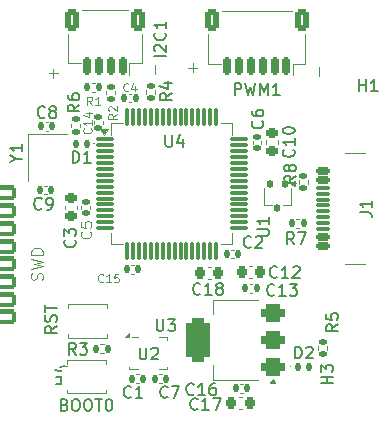
<source format=gto>
G04 #@! TF.GenerationSoftware,KiCad,Pcbnew,9.0.1*
G04 #@! TF.CreationDate,2025-04-29T03:14:40+06:00*
G04 #@! TF.ProjectId,stm32f401,73746d33-3266-4343-9031-2e6b69636164,rev?*
G04 #@! TF.SameCoordinates,Original*
G04 #@! TF.FileFunction,Legend,Top*
G04 #@! TF.FilePolarity,Positive*
%FSLAX46Y46*%
G04 Gerber Fmt 4.6, Leading zero omitted, Abs format (unit mm)*
G04 Created by KiCad (PCBNEW 9.0.1) date 2025-04-29 03:14:40*
%MOMM*%
%LPD*%
G01*
G04 APERTURE LIST*
G04 Aperture macros list*
%AMRoundRect*
0 Rectangle with rounded corners*
0 $1 Rounding radius*
0 $2 $3 $4 $5 $6 $7 $8 $9 X,Y pos of 4 corners*
0 Add a 4 corners polygon primitive as box body*
4,1,4,$2,$3,$4,$5,$6,$7,$8,$9,$2,$3,0*
0 Add four circle primitives for the rounded corners*
1,1,$1+$1,$2,$3*
1,1,$1+$1,$4,$5*
1,1,$1+$1,$6,$7*
1,1,$1+$1,$8,$9*
0 Add four rect primitives between the rounded corners*
20,1,$1+$1,$2,$3,$4,$5,0*
20,1,$1+$1,$4,$5,$6,$7,0*
20,1,$1+$1,$6,$7,$8,$9,0*
20,1,$1+$1,$8,$9,$2,$3,0*%
G04 Aperture macros list end*
%ADD10C,0.100000*%
%ADD11C,0.150000*%
%ADD12C,0.087500*%
%ADD13C,0.112500*%
%ADD14C,0.120000*%
%ADD15O,1.800000X1.000000*%
%ADD16O,2.100000X1.000000*%
%ADD17RoundRect,0.150000X0.425000X-0.150000X0.425000X0.150000X-0.425000X0.150000X-0.425000X-0.150000X0*%
%ADD18RoundRect,0.075000X0.500000X-0.075000X0.500000X0.075000X-0.500000X0.075000X-0.500000X-0.075000X0*%
%ADD19C,0.650000*%
%ADD20C,0.800000*%
%ADD21C,5.000000*%
%ADD22RoundRect,0.135000X0.135000X0.185000X-0.135000X0.185000X-0.135000X-0.185000X0.135000X-0.185000X0*%
%ADD23R,0.675000X0.250000*%
%ADD24R,0.250000X0.675000*%
%ADD25RoundRect,0.112500X0.112500X0.237500X-0.112500X0.237500X-0.112500X-0.237500X0.112500X-0.237500X0*%
%ADD26RoundRect,0.225000X-0.225000X-0.250000X0.225000X-0.250000X0.225000X0.250000X-0.225000X0.250000X0*%
%ADD27RoundRect,0.375000X0.625000X0.375000X-0.625000X0.375000X-0.625000X-0.375000X0.625000X-0.375000X0*%
%ADD28RoundRect,0.500000X0.500000X1.400000X-0.500000X1.400000X-0.500000X-1.400000X0.500000X-1.400000X0*%
%ADD29RoundRect,0.140000X-0.140000X-0.170000X0.140000X-0.170000X0.140000X0.170000X-0.140000X0.170000X0*%
%ADD30RoundRect,0.140000X0.140000X0.170000X-0.140000X0.170000X-0.140000X-0.170000X0.140000X-0.170000X0*%
%ADD31RoundRect,0.147500X-0.147500X-0.172500X0.147500X-0.172500X0.147500X0.172500X-0.147500X0.172500X0*%
%ADD32RoundRect,0.135000X-0.185000X0.135000X-0.185000X-0.135000X0.185000X-0.135000X0.185000X0.135000X0*%
%ADD33RoundRect,0.135000X-0.135000X-0.185000X0.135000X-0.185000X0.135000X0.185000X-0.135000X0.185000X0*%
%ADD34R,0.900000X1.700000*%
%ADD35RoundRect,0.250000X0.350000X0.650000X-0.350000X0.650000X-0.350000X-0.650000X0.350000X-0.650000X0*%
%ADD36RoundRect,0.150000X0.150000X0.625000X-0.150000X0.625000X-0.150000X-0.625000X0.150000X-0.625000X0*%
%ADD37RoundRect,0.190500X-0.762000X-0.444500X0.762000X-0.444500X0.762000X0.444500X-0.762000X0.444500X0*%
%ADD38RoundRect,0.140000X-0.170000X0.140000X-0.170000X-0.140000X0.170000X-0.140000X0.170000X0.140000X0*%
%ADD39R,1.200000X1.400000*%
%ADD40RoundRect,0.225000X-0.250000X0.225000X-0.250000X-0.225000X0.250000X-0.225000X0.250000X0.225000X0*%
%ADD41RoundRect,0.135000X0.185000X-0.135000X0.185000X0.135000X-0.185000X0.135000X-0.185000X-0.135000X0*%
%ADD42RoundRect,0.147500X0.147500X0.172500X-0.147500X0.172500X-0.147500X-0.172500X0.147500X-0.172500X0*%
%ADD43RoundRect,0.225000X0.225000X0.250000X-0.225000X0.250000X-0.225000X-0.250000X0.225000X-0.250000X0*%
%ADD44RoundRect,0.075000X-0.700000X-0.075000X0.700000X-0.075000X0.700000X0.075000X-0.700000X0.075000X0*%
%ADD45RoundRect,0.075000X-0.075000X-0.700000X0.075000X-0.700000X0.075000X0.700000X-0.075000X0.700000X0*%
G04 APERTURE END LIST*
D10*
X45723884Y-55931466D02*
X46485789Y-55931466D01*
X46104836Y-56312419D02*
X46104836Y-55550514D01*
X68611466Y-56196115D02*
X68611466Y-55434211D01*
X57503884Y-55471466D02*
X58265789Y-55471466D01*
X57884836Y-55852419D02*
X57884836Y-55090514D01*
X54681466Y-55956115D02*
X54681466Y-55194211D01*
D11*
X72039819Y-67713333D02*
X72754104Y-67713333D01*
X72754104Y-67713333D02*
X72896961Y-67760952D01*
X72896961Y-67760952D02*
X72992200Y-67856190D01*
X72992200Y-67856190D02*
X73039819Y-67999047D01*
X73039819Y-67999047D02*
X73039819Y-68094285D01*
X73039819Y-66713333D02*
X73039819Y-67284761D01*
X73039819Y-66999047D02*
X72039819Y-66999047D01*
X72039819Y-66999047D02*
X72182676Y-67094285D01*
X72182676Y-67094285D02*
X72277914Y-67189523D01*
X72277914Y-67189523D02*
X72325533Y-67284761D01*
X47294819Y-82251904D02*
X46294819Y-82251904D01*
X46771009Y-82251904D02*
X46771009Y-81680476D01*
X47294819Y-81680476D02*
X46294819Y-81680476D01*
X46628152Y-80775714D02*
X47294819Y-80775714D01*
X46247200Y-81013809D02*
X46961485Y-81251904D01*
X46961485Y-81251904D02*
X46961485Y-80632857D01*
X69774819Y-82171904D02*
X68774819Y-82171904D01*
X69251009Y-82171904D02*
X69251009Y-81600476D01*
X69774819Y-81600476D02*
X68774819Y-81600476D01*
X68774819Y-81219523D02*
X68774819Y-80600476D01*
X68774819Y-80600476D02*
X69155771Y-80933809D01*
X69155771Y-80933809D02*
X69155771Y-80790952D01*
X69155771Y-80790952D02*
X69203390Y-80695714D01*
X69203390Y-80695714D02*
X69251009Y-80648095D01*
X69251009Y-80648095D02*
X69346247Y-80600476D01*
X69346247Y-80600476D02*
X69584342Y-80600476D01*
X69584342Y-80600476D02*
X69679580Y-80648095D01*
X69679580Y-80648095D02*
X69727200Y-80695714D01*
X69727200Y-80695714D02*
X69774819Y-80790952D01*
X69774819Y-80790952D02*
X69774819Y-81076666D01*
X69774819Y-81076666D02*
X69727200Y-81171904D01*
X69727200Y-81171904D02*
X69679580Y-81219523D01*
X71998095Y-57424819D02*
X71998095Y-56424819D01*
X71998095Y-56901009D02*
X72569523Y-56901009D01*
X72569523Y-57424819D02*
X72569523Y-56424819D01*
X73569523Y-57424819D02*
X72998095Y-57424819D01*
X73283809Y-57424819D02*
X73283809Y-56424819D01*
X73283809Y-56424819D02*
X73188571Y-56567676D01*
X73188571Y-56567676D02*
X73093333Y-56662914D01*
X73093333Y-56662914D02*
X72998095Y-56710533D01*
X47983333Y-79754819D02*
X47650000Y-79278628D01*
X47411905Y-79754819D02*
X47411905Y-78754819D01*
X47411905Y-78754819D02*
X47792857Y-78754819D01*
X47792857Y-78754819D02*
X47888095Y-78802438D01*
X47888095Y-78802438D02*
X47935714Y-78850057D01*
X47935714Y-78850057D02*
X47983333Y-78945295D01*
X47983333Y-78945295D02*
X47983333Y-79088152D01*
X47983333Y-79088152D02*
X47935714Y-79183390D01*
X47935714Y-79183390D02*
X47888095Y-79231009D01*
X47888095Y-79231009D02*
X47792857Y-79278628D01*
X47792857Y-79278628D02*
X47411905Y-79278628D01*
X48316667Y-78754819D02*
X48935714Y-78754819D01*
X48935714Y-78754819D02*
X48602381Y-79135771D01*
X48602381Y-79135771D02*
X48745238Y-79135771D01*
X48745238Y-79135771D02*
X48840476Y-79183390D01*
X48840476Y-79183390D02*
X48888095Y-79231009D01*
X48888095Y-79231009D02*
X48935714Y-79326247D01*
X48935714Y-79326247D02*
X48935714Y-79564342D01*
X48935714Y-79564342D02*
X48888095Y-79659580D01*
X48888095Y-79659580D02*
X48840476Y-79707200D01*
X48840476Y-79707200D02*
X48745238Y-79754819D01*
X48745238Y-79754819D02*
X48459524Y-79754819D01*
X48459524Y-79754819D02*
X48364286Y-79707200D01*
X48364286Y-79707200D02*
X48316667Y-79659580D01*
X54838095Y-76744819D02*
X54838095Y-77554342D01*
X54838095Y-77554342D02*
X54885714Y-77649580D01*
X54885714Y-77649580D02*
X54933333Y-77697200D01*
X54933333Y-77697200D02*
X55028571Y-77744819D01*
X55028571Y-77744819D02*
X55219047Y-77744819D01*
X55219047Y-77744819D02*
X55314285Y-77697200D01*
X55314285Y-77697200D02*
X55361904Y-77649580D01*
X55361904Y-77649580D02*
X55409523Y-77554342D01*
X55409523Y-77554342D02*
X55409523Y-76744819D01*
X55790476Y-76744819D02*
X56409523Y-76744819D01*
X56409523Y-76744819D02*
X56076190Y-77125771D01*
X56076190Y-77125771D02*
X56219047Y-77125771D01*
X56219047Y-77125771D02*
X56314285Y-77173390D01*
X56314285Y-77173390D02*
X56361904Y-77221009D01*
X56361904Y-77221009D02*
X56409523Y-77316247D01*
X56409523Y-77316247D02*
X56409523Y-77554342D01*
X56409523Y-77554342D02*
X56361904Y-77649580D01*
X56361904Y-77649580D02*
X56314285Y-77697200D01*
X56314285Y-77697200D02*
X56219047Y-77744819D01*
X56219047Y-77744819D02*
X55933333Y-77744819D01*
X55933333Y-77744819D02*
X55838095Y-77697200D01*
X55838095Y-77697200D02*
X55790476Y-77649580D01*
X63334819Y-69691904D02*
X64144342Y-69691904D01*
X64144342Y-69691904D02*
X64239580Y-69644285D01*
X64239580Y-69644285D02*
X64287200Y-69596666D01*
X64287200Y-69596666D02*
X64334819Y-69501428D01*
X64334819Y-69501428D02*
X64334819Y-69310952D01*
X64334819Y-69310952D02*
X64287200Y-69215714D01*
X64287200Y-69215714D02*
X64239580Y-69168095D01*
X64239580Y-69168095D02*
X64144342Y-69120476D01*
X64144342Y-69120476D02*
X63334819Y-69120476D01*
X64334819Y-68120476D02*
X64334819Y-68691904D01*
X64334819Y-68406190D02*
X63334819Y-68406190D01*
X63334819Y-68406190D02*
X63477676Y-68501428D01*
X63477676Y-68501428D02*
X63572914Y-68596666D01*
X63572914Y-68596666D02*
X63620533Y-68691904D01*
X58307142Y-84329580D02*
X58259523Y-84377200D01*
X58259523Y-84377200D02*
X58116666Y-84424819D01*
X58116666Y-84424819D02*
X58021428Y-84424819D01*
X58021428Y-84424819D02*
X57878571Y-84377200D01*
X57878571Y-84377200D02*
X57783333Y-84281961D01*
X57783333Y-84281961D02*
X57735714Y-84186723D01*
X57735714Y-84186723D02*
X57688095Y-83996247D01*
X57688095Y-83996247D02*
X57688095Y-83853390D01*
X57688095Y-83853390D02*
X57735714Y-83662914D01*
X57735714Y-83662914D02*
X57783333Y-83567676D01*
X57783333Y-83567676D02*
X57878571Y-83472438D01*
X57878571Y-83472438D02*
X58021428Y-83424819D01*
X58021428Y-83424819D02*
X58116666Y-83424819D01*
X58116666Y-83424819D02*
X58259523Y-83472438D01*
X58259523Y-83472438D02*
X58307142Y-83520057D01*
X59259523Y-84424819D02*
X58688095Y-84424819D01*
X58973809Y-84424819D02*
X58973809Y-83424819D01*
X58973809Y-83424819D02*
X58878571Y-83567676D01*
X58878571Y-83567676D02*
X58783333Y-83662914D01*
X58783333Y-83662914D02*
X58688095Y-83710533D01*
X59592857Y-83424819D02*
X60259523Y-83424819D01*
X60259523Y-83424819D02*
X59830952Y-84424819D01*
X53398095Y-79144819D02*
X53398095Y-79954342D01*
X53398095Y-79954342D02*
X53445714Y-80049580D01*
X53445714Y-80049580D02*
X53493333Y-80097200D01*
X53493333Y-80097200D02*
X53588571Y-80144819D01*
X53588571Y-80144819D02*
X53779047Y-80144819D01*
X53779047Y-80144819D02*
X53874285Y-80097200D01*
X53874285Y-80097200D02*
X53921904Y-80049580D01*
X53921904Y-80049580D02*
X53969523Y-79954342D01*
X53969523Y-79954342D02*
X53969523Y-79144819D01*
X54398095Y-79240057D02*
X54445714Y-79192438D01*
X54445714Y-79192438D02*
X54540952Y-79144819D01*
X54540952Y-79144819D02*
X54779047Y-79144819D01*
X54779047Y-79144819D02*
X54874285Y-79192438D01*
X54874285Y-79192438D02*
X54921904Y-79240057D01*
X54921904Y-79240057D02*
X54969523Y-79335295D01*
X54969523Y-79335295D02*
X54969523Y-79430533D01*
X54969523Y-79430533D02*
X54921904Y-79573390D01*
X54921904Y-79573390D02*
X54350476Y-80144819D01*
X54350476Y-80144819D02*
X54969523Y-80144819D01*
X57977142Y-83089580D02*
X57929523Y-83137200D01*
X57929523Y-83137200D02*
X57786666Y-83184819D01*
X57786666Y-83184819D02*
X57691428Y-83184819D01*
X57691428Y-83184819D02*
X57548571Y-83137200D01*
X57548571Y-83137200D02*
X57453333Y-83041961D01*
X57453333Y-83041961D02*
X57405714Y-82946723D01*
X57405714Y-82946723D02*
X57358095Y-82756247D01*
X57358095Y-82756247D02*
X57358095Y-82613390D01*
X57358095Y-82613390D02*
X57405714Y-82422914D01*
X57405714Y-82422914D02*
X57453333Y-82327676D01*
X57453333Y-82327676D02*
X57548571Y-82232438D01*
X57548571Y-82232438D02*
X57691428Y-82184819D01*
X57691428Y-82184819D02*
X57786666Y-82184819D01*
X57786666Y-82184819D02*
X57929523Y-82232438D01*
X57929523Y-82232438D02*
X57977142Y-82280057D01*
X58929523Y-83184819D02*
X58358095Y-83184819D01*
X58643809Y-83184819D02*
X58643809Y-82184819D01*
X58643809Y-82184819D02*
X58548571Y-82327676D01*
X58548571Y-82327676D02*
X58453333Y-82422914D01*
X58453333Y-82422914D02*
X58358095Y-82470533D01*
X59786666Y-82184819D02*
X59596190Y-82184819D01*
X59596190Y-82184819D02*
X59500952Y-82232438D01*
X59500952Y-82232438D02*
X59453333Y-82280057D01*
X59453333Y-82280057D02*
X59358095Y-82422914D01*
X59358095Y-82422914D02*
X59310476Y-82613390D01*
X59310476Y-82613390D02*
X59310476Y-82994342D01*
X59310476Y-82994342D02*
X59358095Y-83089580D01*
X59358095Y-83089580D02*
X59405714Y-83137200D01*
X59405714Y-83137200D02*
X59500952Y-83184819D01*
X59500952Y-83184819D02*
X59691428Y-83184819D01*
X59691428Y-83184819D02*
X59786666Y-83137200D01*
X59786666Y-83137200D02*
X59834285Y-83089580D01*
X59834285Y-83089580D02*
X59881904Y-82994342D01*
X59881904Y-82994342D02*
X59881904Y-82756247D01*
X59881904Y-82756247D02*
X59834285Y-82661009D01*
X59834285Y-82661009D02*
X59786666Y-82613390D01*
X59786666Y-82613390D02*
X59691428Y-82565771D01*
X59691428Y-82565771D02*
X59500952Y-82565771D01*
X59500952Y-82565771D02*
X59405714Y-82613390D01*
X59405714Y-82613390D02*
X59358095Y-82661009D01*
X59358095Y-82661009D02*
X59310476Y-82756247D01*
X64817142Y-74669580D02*
X64769523Y-74717200D01*
X64769523Y-74717200D02*
X64626666Y-74764819D01*
X64626666Y-74764819D02*
X64531428Y-74764819D01*
X64531428Y-74764819D02*
X64388571Y-74717200D01*
X64388571Y-74717200D02*
X64293333Y-74621961D01*
X64293333Y-74621961D02*
X64245714Y-74526723D01*
X64245714Y-74526723D02*
X64198095Y-74336247D01*
X64198095Y-74336247D02*
X64198095Y-74193390D01*
X64198095Y-74193390D02*
X64245714Y-74002914D01*
X64245714Y-74002914D02*
X64293333Y-73907676D01*
X64293333Y-73907676D02*
X64388571Y-73812438D01*
X64388571Y-73812438D02*
X64531428Y-73764819D01*
X64531428Y-73764819D02*
X64626666Y-73764819D01*
X64626666Y-73764819D02*
X64769523Y-73812438D01*
X64769523Y-73812438D02*
X64817142Y-73860057D01*
X65769523Y-74764819D02*
X65198095Y-74764819D01*
X65483809Y-74764819D02*
X65483809Y-73764819D01*
X65483809Y-73764819D02*
X65388571Y-73907676D01*
X65388571Y-73907676D02*
X65293333Y-74002914D01*
X65293333Y-74002914D02*
X65198095Y-74050533D01*
X66102857Y-73764819D02*
X66721904Y-73764819D01*
X66721904Y-73764819D02*
X66388571Y-74145771D01*
X66388571Y-74145771D02*
X66531428Y-74145771D01*
X66531428Y-74145771D02*
X66626666Y-74193390D01*
X66626666Y-74193390D02*
X66674285Y-74241009D01*
X66674285Y-74241009D02*
X66721904Y-74336247D01*
X66721904Y-74336247D02*
X66721904Y-74574342D01*
X66721904Y-74574342D02*
X66674285Y-74669580D01*
X66674285Y-74669580D02*
X66626666Y-74717200D01*
X66626666Y-74717200D02*
X66531428Y-74764819D01*
X66531428Y-74764819D02*
X66245714Y-74764819D01*
X66245714Y-74764819D02*
X66150476Y-74717200D01*
X66150476Y-74717200D02*
X66102857Y-74669580D01*
X66539405Y-80074819D02*
X66539405Y-79074819D01*
X66539405Y-79074819D02*
X66777500Y-79074819D01*
X66777500Y-79074819D02*
X66920357Y-79122438D01*
X66920357Y-79122438D02*
X67015595Y-79217676D01*
X67015595Y-79217676D02*
X67063214Y-79312914D01*
X67063214Y-79312914D02*
X67110833Y-79503390D01*
X67110833Y-79503390D02*
X67110833Y-79646247D01*
X67110833Y-79646247D02*
X67063214Y-79836723D01*
X67063214Y-79836723D02*
X67015595Y-79931961D01*
X67015595Y-79931961D02*
X66920357Y-80027200D01*
X66920357Y-80027200D02*
X66777500Y-80074819D01*
X66777500Y-80074819D02*
X66539405Y-80074819D01*
X67491786Y-79170057D02*
X67539405Y-79122438D01*
X67539405Y-79122438D02*
X67634643Y-79074819D01*
X67634643Y-79074819D02*
X67872738Y-79074819D01*
X67872738Y-79074819D02*
X67967976Y-79122438D01*
X67967976Y-79122438D02*
X68015595Y-79170057D01*
X68015595Y-79170057D02*
X68063214Y-79265295D01*
X68063214Y-79265295D02*
X68063214Y-79360533D01*
X68063214Y-79360533D02*
X68015595Y-79503390D01*
X68015595Y-79503390D02*
X67444167Y-80074819D01*
X67444167Y-80074819D02*
X68063214Y-80074819D01*
X70194819Y-77196666D02*
X69718628Y-77529999D01*
X70194819Y-77768094D02*
X69194819Y-77768094D01*
X69194819Y-77768094D02*
X69194819Y-77387142D01*
X69194819Y-77387142D02*
X69242438Y-77291904D01*
X69242438Y-77291904D02*
X69290057Y-77244285D01*
X69290057Y-77244285D02*
X69385295Y-77196666D01*
X69385295Y-77196666D02*
X69528152Y-77196666D01*
X69528152Y-77196666D02*
X69623390Y-77244285D01*
X69623390Y-77244285D02*
X69671009Y-77291904D01*
X69671009Y-77291904D02*
X69718628Y-77387142D01*
X69718628Y-77387142D02*
X69718628Y-77768094D01*
X69194819Y-76291904D02*
X69194819Y-76768094D01*
X69194819Y-76768094D02*
X69671009Y-76815713D01*
X69671009Y-76815713D02*
X69623390Y-76768094D01*
X69623390Y-76768094D02*
X69575771Y-76672856D01*
X69575771Y-76672856D02*
X69575771Y-76434761D01*
X69575771Y-76434761D02*
X69623390Y-76339523D01*
X69623390Y-76339523D02*
X69671009Y-76291904D01*
X69671009Y-76291904D02*
X69766247Y-76244285D01*
X69766247Y-76244285D02*
X70004342Y-76244285D01*
X70004342Y-76244285D02*
X70099580Y-76291904D01*
X70099580Y-76291904D02*
X70147200Y-76339523D01*
X70147200Y-76339523D02*
X70194819Y-76434761D01*
X70194819Y-76434761D02*
X70194819Y-76672856D01*
X70194819Y-76672856D02*
X70147200Y-76768094D01*
X70147200Y-76768094D02*
X70099580Y-76815713D01*
X66463333Y-70404819D02*
X66130000Y-69928628D01*
X65891905Y-70404819D02*
X65891905Y-69404819D01*
X65891905Y-69404819D02*
X66272857Y-69404819D01*
X66272857Y-69404819D02*
X66368095Y-69452438D01*
X66368095Y-69452438D02*
X66415714Y-69500057D01*
X66415714Y-69500057D02*
X66463333Y-69595295D01*
X66463333Y-69595295D02*
X66463333Y-69738152D01*
X66463333Y-69738152D02*
X66415714Y-69833390D01*
X66415714Y-69833390D02*
X66368095Y-69881009D01*
X66368095Y-69881009D02*
X66272857Y-69928628D01*
X66272857Y-69928628D02*
X65891905Y-69928628D01*
X66796667Y-69404819D02*
X67463333Y-69404819D01*
X67463333Y-69404819D02*
X67034762Y-70404819D01*
X55773333Y-83319580D02*
X55725714Y-83367200D01*
X55725714Y-83367200D02*
X55582857Y-83414819D01*
X55582857Y-83414819D02*
X55487619Y-83414819D01*
X55487619Y-83414819D02*
X55344762Y-83367200D01*
X55344762Y-83367200D02*
X55249524Y-83271961D01*
X55249524Y-83271961D02*
X55201905Y-83176723D01*
X55201905Y-83176723D02*
X55154286Y-82986247D01*
X55154286Y-82986247D02*
X55154286Y-82843390D01*
X55154286Y-82843390D02*
X55201905Y-82652914D01*
X55201905Y-82652914D02*
X55249524Y-82557676D01*
X55249524Y-82557676D02*
X55344762Y-82462438D01*
X55344762Y-82462438D02*
X55487619Y-82414819D01*
X55487619Y-82414819D02*
X55582857Y-82414819D01*
X55582857Y-82414819D02*
X55725714Y-82462438D01*
X55725714Y-82462438D02*
X55773333Y-82510057D01*
X56106667Y-82414819D02*
X56773333Y-82414819D01*
X56773333Y-82414819D02*
X56344762Y-83414819D01*
X52683333Y-83309580D02*
X52635714Y-83357200D01*
X52635714Y-83357200D02*
X52492857Y-83404819D01*
X52492857Y-83404819D02*
X52397619Y-83404819D01*
X52397619Y-83404819D02*
X52254762Y-83357200D01*
X52254762Y-83357200D02*
X52159524Y-83261961D01*
X52159524Y-83261961D02*
X52111905Y-83166723D01*
X52111905Y-83166723D02*
X52064286Y-82976247D01*
X52064286Y-82976247D02*
X52064286Y-82833390D01*
X52064286Y-82833390D02*
X52111905Y-82642914D01*
X52111905Y-82642914D02*
X52159524Y-82547676D01*
X52159524Y-82547676D02*
X52254762Y-82452438D01*
X52254762Y-82452438D02*
X52397619Y-82404819D01*
X52397619Y-82404819D02*
X52492857Y-82404819D01*
X52492857Y-82404819D02*
X52635714Y-82452438D01*
X52635714Y-82452438D02*
X52683333Y-82500057D01*
X53635714Y-83404819D02*
X53064286Y-83404819D01*
X53350000Y-83404819D02*
X53350000Y-82404819D01*
X53350000Y-82404819D02*
X53254762Y-82547676D01*
X53254762Y-82547676D02*
X53159524Y-82642914D01*
X53159524Y-82642914D02*
X53064286Y-82690533D01*
X46374819Y-77337619D02*
X45898628Y-77670952D01*
X46374819Y-77909047D02*
X45374819Y-77909047D01*
X45374819Y-77909047D02*
X45374819Y-77528095D01*
X45374819Y-77528095D02*
X45422438Y-77432857D01*
X45422438Y-77432857D02*
X45470057Y-77385238D01*
X45470057Y-77385238D02*
X45565295Y-77337619D01*
X45565295Y-77337619D02*
X45708152Y-77337619D01*
X45708152Y-77337619D02*
X45803390Y-77385238D01*
X45803390Y-77385238D02*
X45851009Y-77432857D01*
X45851009Y-77432857D02*
X45898628Y-77528095D01*
X45898628Y-77528095D02*
X45898628Y-77909047D01*
X46327200Y-76956666D02*
X46374819Y-76813809D01*
X46374819Y-76813809D02*
X46374819Y-76575714D01*
X46374819Y-76575714D02*
X46327200Y-76480476D01*
X46327200Y-76480476D02*
X46279580Y-76432857D01*
X46279580Y-76432857D02*
X46184342Y-76385238D01*
X46184342Y-76385238D02*
X46089104Y-76385238D01*
X46089104Y-76385238D02*
X45993866Y-76432857D01*
X45993866Y-76432857D02*
X45946247Y-76480476D01*
X45946247Y-76480476D02*
X45898628Y-76575714D01*
X45898628Y-76575714D02*
X45851009Y-76766190D01*
X45851009Y-76766190D02*
X45803390Y-76861428D01*
X45803390Y-76861428D02*
X45755771Y-76909047D01*
X45755771Y-76909047D02*
X45660533Y-76956666D01*
X45660533Y-76956666D02*
X45565295Y-76956666D01*
X45565295Y-76956666D02*
X45470057Y-76909047D01*
X45470057Y-76909047D02*
X45422438Y-76861428D01*
X45422438Y-76861428D02*
X45374819Y-76766190D01*
X45374819Y-76766190D02*
X45374819Y-76528095D01*
X45374819Y-76528095D02*
X45422438Y-76385238D01*
X45374819Y-76099523D02*
X45374819Y-75528095D01*
X46374819Y-75813809D02*
X45374819Y-75813809D01*
X47036666Y-84001009D02*
X47179523Y-84048628D01*
X47179523Y-84048628D02*
X47227142Y-84096247D01*
X47227142Y-84096247D02*
X47274761Y-84191485D01*
X47274761Y-84191485D02*
X47274761Y-84334342D01*
X47274761Y-84334342D02*
X47227142Y-84429580D01*
X47227142Y-84429580D02*
X47179523Y-84477200D01*
X47179523Y-84477200D02*
X47084285Y-84524819D01*
X47084285Y-84524819D02*
X46703333Y-84524819D01*
X46703333Y-84524819D02*
X46703333Y-83524819D01*
X46703333Y-83524819D02*
X47036666Y-83524819D01*
X47036666Y-83524819D02*
X47131904Y-83572438D01*
X47131904Y-83572438D02*
X47179523Y-83620057D01*
X47179523Y-83620057D02*
X47227142Y-83715295D01*
X47227142Y-83715295D02*
X47227142Y-83810533D01*
X47227142Y-83810533D02*
X47179523Y-83905771D01*
X47179523Y-83905771D02*
X47131904Y-83953390D01*
X47131904Y-83953390D02*
X47036666Y-84001009D01*
X47036666Y-84001009D02*
X46703333Y-84001009D01*
X47893809Y-83524819D02*
X48084285Y-83524819D01*
X48084285Y-83524819D02*
X48179523Y-83572438D01*
X48179523Y-83572438D02*
X48274761Y-83667676D01*
X48274761Y-83667676D02*
X48322380Y-83858152D01*
X48322380Y-83858152D02*
X48322380Y-84191485D01*
X48322380Y-84191485D02*
X48274761Y-84381961D01*
X48274761Y-84381961D02*
X48179523Y-84477200D01*
X48179523Y-84477200D02*
X48084285Y-84524819D01*
X48084285Y-84524819D02*
X47893809Y-84524819D01*
X47893809Y-84524819D02*
X47798571Y-84477200D01*
X47798571Y-84477200D02*
X47703333Y-84381961D01*
X47703333Y-84381961D02*
X47655714Y-84191485D01*
X47655714Y-84191485D02*
X47655714Y-83858152D01*
X47655714Y-83858152D02*
X47703333Y-83667676D01*
X47703333Y-83667676D02*
X47798571Y-83572438D01*
X47798571Y-83572438D02*
X47893809Y-83524819D01*
X48941428Y-83524819D02*
X49131904Y-83524819D01*
X49131904Y-83524819D02*
X49227142Y-83572438D01*
X49227142Y-83572438D02*
X49322380Y-83667676D01*
X49322380Y-83667676D02*
X49369999Y-83858152D01*
X49369999Y-83858152D02*
X49369999Y-84191485D01*
X49369999Y-84191485D02*
X49322380Y-84381961D01*
X49322380Y-84381961D02*
X49227142Y-84477200D01*
X49227142Y-84477200D02*
X49131904Y-84524819D01*
X49131904Y-84524819D02*
X48941428Y-84524819D01*
X48941428Y-84524819D02*
X48846190Y-84477200D01*
X48846190Y-84477200D02*
X48750952Y-84381961D01*
X48750952Y-84381961D02*
X48703333Y-84191485D01*
X48703333Y-84191485D02*
X48703333Y-83858152D01*
X48703333Y-83858152D02*
X48750952Y-83667676D01*
X48750952Y-83667676D02*
X48846190Y-83572438D01*
X48846190Y-83572438D02*
X48941428Y-83524819D01*
X49655714Y-83524819D02*
X50227142Y-83524819D01*
X49941428Y-84524819D02*
X49941428Y-83524819D01*
X50750952Y-83524819D02*
X50846190Y-83524819D01*
X50846190Y-83524819D02*
X50941428Y-83572438D01*
X50941428Y-83572438D02*
X50989047Y-83620057D01*
X50989047Y-83620057D02*
X51036666Y-83715295D01*
X51036666Y-83715295D02*
X51084285Y-83905771D01*
X51084285Y-83905771D02*
X51084285Y-84143866D01*
X51084285Y-84143866D02*
X51036666Y-84334342D01*
X51036666Y-84334342D02*
X50989047Y-84429580D01*
X50989047Y-84429580D02*
X50941428Y-84477200D01*
X50941428Y-84477200D02*
X50846190Y-84524819D01*
X50846190Y-84524819D02*
X50750952Y-84524819D01*
X50750952Y-84524819D02*
X50655714Y-84477200D01*
X50655714Y-84477200D02*
X50608095Y-84429580D01*
X50608095Y-84429580D02*
X50560476Y-84334342D01*
X50560476Y-84334342D02*
X50512857Y-84143866D01*
X50512857Y-84143866D02*
X50512857Y-83905771D01*
X50512857Y-83905771D02*
X50560476Y-83715295D01*
X50560476Y-83715295D02*
X50608095Y-83620057D01*
X50608095Y-83620057D02*
X50655714Y-83572438D01*
X50655714Y-83572438D02*
X50750952Y-83524819D01*
X55624819Y-54502380D02*
X54624819Y-54502380D01*
X54720057Y-54073809D02*
X54672438Y-54026190D01*
X54672438Y-54026190D02*
X54624819Y-53930952D01*
X54624819Y-53930952D02*
X54624819Y-53692857D01*
X54624819Y-53692857D02*
X54672438Y-53597619D01*
X54672438Y-53597619D02*
X54720057Y-53550000D01*
X54720057Y-53550000D02*
X54815295Y-53502381D01*
X54815295Y-53502381D02*
X54910533Y-53502381D01*
X54910533Y-53502381D02*
X55053390Y-53550000D01*
X55053390Y-53550000D02*
X55624819Y-54121428D01*
X55624819Y-54121428D02*
X55624819Y-53502381D01*
X55529580Y-52502381D02*
X55577200Y-52550000D01*
X55577200Y-52550000D02*
X55624819Y-52692857D01*
X55624819Y-52692857D02*
X55624819Y-52788095D01*
X55624819Y-52788095D02*
X55577200Y-52930952D01*
X55577200Y-52930952D02*
X55481961Y-53026190D01*
X55481961Y-53026190D02*
X55386723Y-53073809D01*
X55386723Y-53073809D02*
X55196247Y-53121428D01*
X55196247Y-53121428D02*
X55053390Y-53121428D01*
X55053390Y-53121428D02*
X54862914Y-53073809D01*
X54862914Y-53073809D02*
X54767676Y-53026190D01*
X54767676Y-53026190D02*
X54672438Y-52930952D01*
X54672438Y-52930952D02*
X54624819Y-52788095D01*
X54624819Y-52788095D02*
X54624819Y-52692857D01*
X54624819Y-52692857D02*
X54672438Y-52550000D01*
X54672438Y-52550000D02*
X54720057Y-52502381D01*
X55624819Y-51550000D02*
X55624819Y-52121428D01*
X55624819Y-51835714D02*
X54624819Y-51835714D01*
X54624819Y-51835714D02*
X54767676Y-51930952D01*
X54767676Y-51930952D02*
X54862914Y-52026190D01*
X54862914Y-52026190D02*
X54910533Y-52121428D01*
X61439048Y-57764819D02*
X61439048Y-56764819D01*
X61439048Y-56764819D02*
X61820000Y-56764819D01*
X61820000Y-56764819D02*
X61915238Y-56812438D01*
X61915238Y-56812438D02*
X61962857Y-56860057D01*
X61962857Y-56860057D02*
X62010476Y-56955295D01*
X62010476Y-56955295D02*
X62010476Y-57098152D01*
X62010476Y-57098152D02*
X61962857Y-57193390D01*
X61962857Y-57193390D02*
X61915238Y-57241009D01*
X61915238Y-57241009D02*
X61820000Y-57288628D01*
X61820000Y-57288628D02*
X61439048Y-57288628D01*
X62343810Y-56764819D02*
X62581905Y-57764819D01*
X62581905Y-57764819D02*
X62772381Y-57050533D01*
X62772381Y-57050533D02*
X62962857Y-57764819D01*
X62962857Y-57764819D02*
X63200953Y-56764819D01*
X63581905Y-57764819D02*
X63581905Y-56764819D01*
X63581905Y-56764819D02*
X63915238Y-57479104D01*
X63915238Y-57479104D02*
X64248571Y-56764819D01*
X64248571Y-56764819D02*
X64248571Y-57764819D01*
X65248571Y-57764819D02*
X64677143Y-57764819D01*
X64962857Y-57764819D02*
X64962857Y-56764819D01*
X64962857Y-56764819D02*
X64867619Y-56907676D01*
X64867619Y-56907676D02*
X64772381Y-57002914D01*
X64772381Y-57002914D02*
X64677143Y-57050533D01*
D12*
X50309999Y-73562616D02*
X50276666Y-73595950D01*
X50276666Y-73595950D02*
X50176666Y-73629283D01*
X50176666Y-73629283D02*
X50109999Y-73629283D01*
X50109999Y-73629283D02*
X50009999Y-73595950D01*
X50009999Y-73595950D02*
X49943333Y-73529283D01*
X49943333Y-73529283D02*
X49909999Y-73462616D01*
X49909999Y-73462616D02*
X49876666Y-73329283D01*
X49876666Y-73329283D02*
X49876666Y-73229283D01*
X49876666Y-73229283D02*
X49909999Y-73095950D01*
X49909999Y-73095950D02*
X49943333Y-73029283D01*
X49943333Y-73029283D02*
X50009999Y-72962616D01*
X50009999Y-72962616D02*
X50109999Y-72929283D01*
X50109999Y-72929283D02*
X50176666Y-72929283D01*
X50176666Y-72929283D02*
X50276666Y-72962616D01*
X50276666Y-72962616D02*
X50309999Y-72995950D01*
X50976666Y-73629283D02*
X50576666Y-73629283D01*
X50776666Y-73629283D02*
X50776666Y-72929283D01*
X50776666Y-72929283D02*
X50709999Y-73029283D01*
X50709999Y-73029283D02*
X50643333Y-73095950D01*
X50643333Y-73095950D02*
X50576666Y-73129283D01*
X51610000Y-72929283D02*
X51276666Y-72929283D01*
X51276666Y-72929283D02*
X51243333Y-73262616D01*
X51243333Y-73262616D02*
X51276666Y-73229283D01*
X51276666Y-73229283D02*
X51343333Y-73195950D01*
X51343333Y-73195950D02*
X51510000Y-73195950D01*
X51510000Y-73195950D02*
X51576666Y-73229283D01*
X51576666Y-73229283D02*
X51610000Y-73262616D01*
X51610000Y-73262616D02*
X51643333Y-73329283D01*
X51643333Y-73329283D02*
X51643333Y-73495950D01*
X51643333Y-73495950D02*
X51610000Y-73562616D01*
X51610000Y-73562616D02*
X51576666Y-73595950D01*
X51576666Y-73595950D02*
X51510000Y-73629283D01*
X51510000Y-73629283D02*
X51343333Y-73629283D01*
X51343333Y-73629283D02*
X51276666Y-73595950D01*
X51276666Y-73595950D02*
X51243333Y-73562616D01*
D11*
X62843333Y-70609580D02*
X62795714Y-70657200D01*
X62795714Y-70657200D02*
X62652857Y-70704819D01*
X62652857Y-70704819D02*
X62557619Y-70704819D01*
X62557619Y-70704819D02*
X62414762Y-70657200D01*
X62414762Y-70657200D02*
X62319524Y-70561961D01*
X62319524Y-70561961D02*
X62271905Y-70466723D01*
X62271905Y-70466723D02*
X62224286Y-70276247D01*
X62224286Y-70276247D02*
X62224286Y-70133390D01*
X62224286Y-70133390D02*
X62271905Y-69942914D01*
X62271905Y-69942914D02*
X62319524Y-69847676D01*
X62319524Y-69847676D02*
X62414762Y-69752438D01*
X62414762Y-69752438D02*
X62557619Y-69704819D01*
X62557619Y-69704819D02*
X62652857Y-69704819D01*
X62652857Y-69704819D02*
X62795714Y-69752438D01*
X62795714Y-69752438D02*
X62843333Y-69800057D01*
X63224286Y-69800057D02*
X63271905Y-69752438D01*
X63271905Y-69752438D02*
X63367143Y-69704819D01*
X63367143Y-69704819D02*
X63605238Y-69704819D01*
X63605238Y-69704819D02*
X63700476Y-69752438D01*
X63700476Y-69752438D02*
X63748095Y-69800057D01*
X63748095Y-69800057D02*
X63795714Y-69895295D01*
X63795714Y-69895295D02*
X63795714Y-69990533D01*
X63795714Y-69990533D02*
X63748095Y-70133390D01*
X63748095Y-70133390D02*
X63176667Y-70704819D01*
X63176667Y-70704819D02*
X63795714Y-70704819D01*
D10*
X45149800Y-73417142D02*
X45197419Y-73274285D01*
X45197419Y-73274285D02*
X45197419Y-73036190D01*
X45197419Y-73036190D02*
X45149800Y-72940952D01*
X45149800Y-72940952D02*
X45102180Y-72893333D01*
X45102180Y-72893333D02*
X45006942Y-72845714D01*
X45006942Y-72845714D02*
X44911704Y-72845714D01*
X44911704Y-72845714D02*
X44816466Y-72893333D01*
X44816466Y-72893333D02*
X44768847Y-72940952D01*
X44768847Y-72940952D02*
X44721228Y-73036190D01*
X44721228Y-73036190D02*
X44673609Y-73226666D01*
X44673609Y-73226666D02*
X44625990Y-73321904D01*
X44625990Y-73321904D02*
X44578371Y-73369523D01*
X44578371Y-73369523D02*
X44483133Y-73417142D01*
X44483133Y-73417142D02*
X44387895Y-73417142D01*
X44387895Y-73417142D02*
X44292657Y-73369523D01*
X44292657Y-73369523D02*
X44245038Y-73321904D01*
X44245038Y-73321904D02*
X44197419Y-73226666D01*
X44197419Y-73226666D02*
X44197419Y-72988571D01*
X44197419Y-72988571D02*
X44245038Y-72845714D01*
X44197419Y-72512380D02*
X45197419Y-72274285D01*
X45197419Y-72274285D02*
X44483133Y-72083809D01*
X44483133Y-72083809D02*
X45197419Y-71893333D01*
X45197419Y-71893333D02*
X44197419Y-71655238D01*
X45197419Y-71274285D02*
X44197419Y-71274285D01*
X44197419Y-71274285D02*
X44197419Y-71036190D01*
X44197419Y-71036190D02*
X44245038Y-70893333D01*
X44245038Y-70893333D02*
X44340276Y-70798095D01*
X44340276Y-70798095D02*
X44435514Y-70750476D01*
X44435514Y-70750476D02*
X44625990Y-70702857D01*
X44625990Y-70702857D02*
X44768847Y-70702857D01*
X44768847Y-70702857D02*
X44959323Y-70750476D01*
X44959323Y-70750476D02*
X45054561Y-70798095D01*
X45054561Y-70798095D02*
X45149800Y-70893333D01*
X45149800Y-70893333D02*
X45197419Y-71036190D01*
X45197419Y-71036190D02*
X45197419Y-71274285D01*
D11*
X45373333Y-59629580D02*
X45325714Y-59677200D01*
X45325714Y-59677200D02*
X45182857Y-59724819D01*
X45182857Y-59724819D02*
X45087619Y-59724819D01*
X45087619Y-59724819D02*
X44944762Y-59677200D01*
X44944762Y-59677200D02*
X44849524Y-59581961D01*
X44849524Y-59581961D02*
X44801905Y-59486723D01*
X44801905Y-59486723D02*
X44754286Y-59296247D01*
X44754286Y-59296247D02*
X44754286Y-59153390D01*
X44754286Y-59153390D02*
X44801905Y-58962914D01*
X44801905Y-58962914D02*
X44849524Y-58867676D01*
X44849524Y-58867676D02*
X44944762Y-58772438D01*
X44944762Y-58772438D02*
X45087619Y-58724819D01*
X45087619Y-58724819D02*
X45182857Y-58724819D01*
X45182857Y-58724819D02*
X45325714Y-58772438D01*
X45325714Y-58772438D02*
X45373333Y-58820057D01*
X45944762Y-59153390D02*
X45849524Y-59105771D01*
X45849524Y-59105771D02*
X45801905Y-59058152D01*
X45801905Y-59058152D02*
X45754286Y-58962914D01*
X45754286Y-58962914D02*
X45754286Y-58915295D01*
X45754286Y-58915295D02*
X45801905Y-58820057D01*
X45801905Y-58820057D02*
X45849524Y-58772438D01*
X45849524Y-58772438D02*
X45944762Y-58724819D01*
X45944762Y-58724819D02*
X46135238Y-58724819D01*
X46135238Y-58724819D02*
X46230476Y-58772438D01*
X46230476Y-58772438D02*
X46278095Y-58820057D01*
X46278095Y-58820057D02*
X46325714Y-58915295D01*
X46325714Y-58915295D02*
X46325714Y-58962914D01*
X46325714Y-58962914D02*
X46278095Y-59058152D01*
X46278095Y-59058152D02*
X46230476Y-59105771D01*
X46230476Y-59105771D02*
X46135238Y-59153390D01*
X46135238Y-59153390D02*
X45944762Y-59153390D01*
X45944762Y-59153390D02*
X45849524Y-59201009D01*
X45849524Y-59201009D02*
X45801905Y-59248628D01*
X45801905Y-59248628D02*
X45754286Y-59343866D01*
X45754286Y-59343866D02*
X45754286Y-59534342D01*
X45754286Y-59534342D02*
X45801905Y-59629580D01*
X45801905Y-59629580D02*
X45849524Y-59677200D01*
X45849524Y-59677200D02*
X45944762Y-59724819D01*
X45944762Y-59724819D02*
X46135238Y-59724819D01*
X46135238Y-59724819D02*
X46230476Y-59677200D01*
X46230476Y-59677200D02*
X46278095Y-59629580D01*
X46278095Y-59629580D02*
X46325714Y-59534342D01*
X46325714Y-59534342D02*
X46325714Y-59343866D01*
X46325714Y-59343866D02*
X46278095Y-59248628D01*
X46278095Y-59248628D02*
X46230476Y-59201009D01*
X46230476Y-59201009D02*
X46135238Y-59153390D01*
D12*
X52443333Y-57392616D02*
X52410000Y-57425950D01*
X52410000Y-57425950D02*
X52310000Y-57459283D01*
X52310000Y-57459283D02*
X52243333Y-57459283D01*
X52243333Y-57459283D02*
X52143333Y-57425950D01*
X52143333Y-57425950D02*
X52076667Y-57359283D01*
X52076667Y-57359283D02*
X52043333Y-57292616D01*
X52043333Y-57292616D02*
X52010000Y-57159283D01*
X52010000Y-57159283D02*
X52010000Y-57059283D01*
X52010000Y-57059283D02*
X52043333Y-56925950D01*
X52043333Y-56925950D02*
X52076667Y-56859283D01*
X52076667Y-56859283D02*
X52143333Y-56792616D01*
X52143333Y-56792616D02*
X52243333Y-56759283D01*
X52243333Y-56759283D02*
X52310000Y-56759283D01*
X52310000Y-56759283D02*
X52410000Y-56792616D01*
X52410000Y-56792616D02*
X52443333Y-56825950D01*
X53043333Y-56992616D02*
X53043333Y-57459283D01*
X52876667Y-56725950D02*
X52710000Y-57225950D01*
X52710000Y-57225950D02*
X53143333Y-57225950D01*
X49262616Y-60580000D02*
X49295950Y-60613333D01*
X49295950Y-60613333D02*
X49329283Y-60713333D01*
X49329283Y-60713333D02*
X49329283Y-60780000D01*
X49329283Y-60780000D02*
X49295950Y-60880000D01*
X49295950Y-60880000D02*
X49229283Y-60946667D01*
X49229283Y-60946667D02*
X49162616Y-60980000D01*
X49162616Y-60980000D02*
X49029283Y-61013333D01*
X49029283Y-61013333D02*
X48929283Y-61013333D01*
X48929283Y-61013333D02*
X48795950Y-60980000D01*
X48795950Y-60980000D02*
X48729283Y-60946667D01*
X48729283Y-60946667D02*
X48662616Y-60880000D01*
X48662616Y-60880000D02*
X48629283Y-60780000D01*
X48629283Y-60780000D02*
X48629283Y-60713333D01*
X48629283Y-60713333D02*
X48662616Y-60613333D01*
X48662616Y-60613333D02*
X48695950Y-60580000D01*
X49329283Y-59913333D02*
X49329283Y-60313333D01*
X49329283Y-60113333D02*
X48629283Y-60113333D01*
X48629283Y-60113333D02*
X48729283Y-60180000D01*
X48729283Y-60180000D02*
X48795950Y-60246667D01*
X48795950Y-60246667D02*
X48829283Y-60313333D01*
X48862616Y-59313333D02*
X49329283Y-59313333D01*
X48595950Y-59480000D02*
X49095950Y-59646666D01*
X49095950Y-59646666D02*
X49095950Y-59213333D01*
D11*
X42958628Y-63146190D02*
X43434819Y-63146190D01*
X42434819Y-63479523D02*
X42958628Y-63146190D01*
X42958628Y-63146190D02*
X42434819Y-62812857D01*
X43434819Y-61955714D02*
X43434819Y-62527142D01*
X43434819Y-62241428D02*
X42434819Y-62241428D01*
X42434819Y-62241428D02*
X42577676Y-62336666D01*
X42577676Y-62336666D02*
X42672914Y-62431904D01*
X42672914Y-62431904D02*
X42720533Y-62527142D01*
X47909580Y-70026666D02*
X47957200Y-70074285D01*
X47957200Y-70074285D02*
X48004819Y-70217142D01*
X48004819Y-70217142D02*
X48004819Y-70312380D01*
X48004819Y-70312380D02*
X47957200Y-70455237D01*
X47957200Y-70455237D02*
X47861961Y-70550475D01*
X47861961Y-70550475D02*
X47766723Y-70598094D01*
X47766723Y-70598094D02*
X47576247Y-70645713D01*
X47576247Y-70645713D02*
X47433390Y-70645713D01*
X47433390Y-70645713D02*
X47242914Y-70598094D01*
X47242914Y-70598094D02*
X47147676Y-70550475D01*
X47147676Y-70550475D02*
X47052438Y-70455237D01*
X47052438Y-70455237D02*
X47004819Y-70312380D01*
X47004819Y-70312380D02*
X47004819Y-70217142D01*
X47004819Y-70217142D02*
X47052438Y-70074285D01*
X47052438Y-70074285D02*
X47100057Y-70026666D01*
X47004819Y-69693332D02*
X47004819Y-69074285D01*
X47004819Y-69074285D02*
X47385771Y-69407618D01*
X47385771Y-69407618D02*
X47385771Y-69264761D01*
X47385771Y-69264761D02*
X47433390Y-69169523D01*
X47433390Y-69169523D02*
X47481009Y-69121904D01*
X47481009Y-69121904D02*
X47576247Y-69074285D01*
X47576247Y-69074285D02*
X47814342Y-69074285D01*
X47814342Y-69074285D02*
X47909580Y-69121904D01*
X47909580Y-69121904D02*
X47957200Y-69169523D01*
X47957200Y-69169523D02*
X48004819Y-69264761D01*
X48004819Y-69264761D02*
X48004819Y-69550475D01*
X48004819Y-69550475D02*
X47957200Y-69645713D01*
X47957200Y-69645713D02*
X47909580Y-69693332D01*
X45093333Y-67369580D02*
X45045714Y-67417200D01*
X45045714Y-67417200D02*
X44902857Y-67464819D01*
X44902857Y-67464819D02*
X44807619Y-67464819D01*
X44807619Y-67464819D02*
X44664762Y-67417200D01*
X44664762Y-67417200D02*
X44569524Y-67321961D01*
X44569524Y-67321961D02*
X44521905Y-67226723D01*
X44521905Y-67226723D02*
X44474286Y-67036247D01*
X44474286Y-67036247D02*
X44474286Y-66893390D01*
X44474286Y-66893390D02*
X44521905Y-66702914D01*
X44521905Y-66702914D02*
X44569524Y-66607676D01*
X44569524Y-66607676D02*
X44664762Y-66512438D01*
X44664762Y-66512438D02*
X44807619Y-66464819D01*
X44807619Y-66464819D02*
X44902857Y-66464819D01*
X44902857Y-66464819D02*
X45045714Y-66512438D01*
X45045714Y-66512438D02*
X45093333Y-66560057D01*
X45569524Y-67464819D02*
X45760000Y-67464819D01*
X45760000Y-67464819D02*
X45855238Y-67417200D01*
X45855238Y-67417200D02*
X45902857Y-67369580D01*
X45902857Y-67369580D02*
X45998095Y-67226723D01*
X45998095Y-67226723D02*
X46045714Y-67036247D01*
X46045714Y-67036247D02*
X46045714Y-66655295D01*
X46045714Y-66655295D02*
X45998095Y-66560057D01*
X45998095Y-66560057D02*
X45950476Y-66512438D01*
X45950476Y-66512438D02*
X45855238Y-66464819D01*
X45855238Y-66464819D02*
X45664762Y-66464819D01*
X45664762Y-66464819D02*
X45569524Y-66512438D01*
X45569524Y-66512438D02*
X45521905Y-66560057D01*
X45521905Y-66560057D02*
X45474286Y-66655295D01*
X45474286Y-66655295D02*
X45474286Y-66893390D01*
X45474286Y-66893390D02*
X45521905Y-66988628D01*
X45521905Y-66988628D02*
X45569524Y-67036247D01*
X45569524Y-67036247D02*
X45664762Y-67083866D01*
X45664762Y-67083866D02*
X45855238Y-67083866D01*
X45855238Y-67083866D02*
X45950476Y-67036247D01*
X45950476Y-67036247D02*
X45998095Y-66988628D01*
X45998095Y-66988628D02*
X46045714Y-66893390D01*
D12*
X49373333Y-58599283D02*
X49140000Y-58265950D01*
X48973333Y-58599283D02*
X48973333Y-57899283D01*
X48973333Y-57899283D02*
X49240000Y-57899283D01*
X49240000Y-57899283D02*
X49306667Y-57932616D01*
X49306667Y-57932616D02*
X49340000Y-57965950D01*
X49340000Y-57965950D02*
X49373333Y-58032616D01*
X49373333Y-58032616D02*
X49373333Y-58132616D01*
X49373333Y-58132616D02*
X49340000Y-58199283D01*
X49340000Y-58199283D02*
X49306667Y-58232616D01*
X49306667Y-58232616D02*
X49240000Y-58265950D01*
X49240000Y-58265950D02*
X48973333Y-58265950D01*
X50040000Y-58599283D02*
X49640000Y-58599283D01*
X49840000Y-58599283D02*
X49840000Y-57899283D01*
X49840000Y-57899283D02*
X49773333Y-57999283D01*
X49773333Y-57999283D02*
X49706667Y-58065950D01*
X49706667Y-58065950D02*
X49640000Y-58099283D01*
X51449283Y-59376666D02*
X51115950Y-59609999D01*
X51449283Y-59776666D02*
X50749283Y-59776666D01*
X50749283Y-59776666D02*
X50749283Y-59509999D01*
X50749283Y-59509999D02*
X50782616Y-59443333D01*
X50782616Y-59443333D02*
X50815950Y-59409999D01*
X50815950Y-59409999D02*
X50882616Y-59376666D01*
X50882616Y-59376666D02*
X50982616Y-59376666D01*
X50982616Y-59376666D02*
X51049283Y-59409999D01*
X51049283Y-59409999D02*
X51082616Y-59443333D01*
X51082616Y-59443333D02*
X51115950Y-59509999D01*
X51115950Y-59509999D02*
X51115950Y-59776666D01*
X50815950Y-59109999D02*
X50782616Y-59076666D01*
X50782616Y-59076666D02*
X50749283Y-59009999D01*
X50749283Y-59009999D02*
X50749283Y-58843333D01*
X50749283Y-58843333D02*
X50782616Y-58776666D01*
X50782616Y-58776666D02*
X50815950Y-58743333D01*
X50815950Y-58743333D02*
X50882616Y-58709999D01*
X50882616Y-58709999D02*
X50949283Y-58709999D01*
X50949283Y-58709999D02*
X51049283Y-58743333D01*
X51049283Y-58743333D02*
X51449283Y-59143333D01*
X51449283Y-59143333D02*
X51449283Y-58709999D01*
D11*
X56124819Y-57616666D02*
X55648628Y-57949999D01*
X56124819Y-58188094D02*
X55124819Y-58188094D01*
X55124819Y-58188094D02*
X55124819Y-57807142D01*
X55124819Y-57807142D02*
X55172438Y-57711904D01*
X55172438Y-57711904D02*
X55220057Y-57664285D01*
X55220057Y-57664285D02*
X55315295Y-57616666D01*
X55315295Y-57616666D02*
X55458152Y-57616666D01*
X55458152Y-57616666D02*
X55553390Y-57664285D01*
X55553390Y-57664285D02*
X55601009Y-57711904D01*
X55601009Y-57711904D02*
X55648628Y-57807142D01*
X55648628Y-57807142D02*
X55648628Y-58188094D01*
X55458152Y-56759523D02*
X56124819Y-56759523D01*
X55077200Y-56997618D02*
X55791485Y-57235713D01*
X55791485Y-57235713D02*
X55791485Y-56616666D01*
X47726905Y-63504819D02*
X47726905Y-62504819D01*
X47726905Y-62504819D02*
X47965000Y-62504819D01*
X47965000Y-62504819D02*
X48107857Y-62552438D01*
X48107857Y-62552438D02*
X48203095Y-62647676D01*
X48203095Y-62647676D02*
X48250714Y-62742914D01*
X48250714Y-62742914D02*
X48298333Y-62933390D01*
X48298333Y-62933390D02*
X48298333Y-63076247D01*
X48298333Y-63076247D02*
X48250714Y-63266723D01*
X48250714Y-63266723D02*
X48203095Y-63361961D01*
X48203095Y-63361961D02*
X48107857Y-63457200D01*
X48107857Y-63457200D02*
X47965000Y-63504819D01*
X47965000Y-63504819D02*
X47726905Y-63504819D01*
X49250714Y-63504819D02*
X48679286Y-63504819D01*
X48965000Y-63504819D02*
X48965000Y-62504819D01*
X48965000Y-62504819D02*
X48869762Y-62647676D01*
X48869762Y-62647676D02*
X48774524Y-62742914D01*
X48774524Y-62742914D02*
X48679286Y-62790533D01*
D13*
X49224792Y-69329999D02*
X49267650Y-69372856D01*
X49267650Y-69372856D02*
X49310507Y-69501428D01*
X49310507Y-69501428D02*
X49310507Y-69587142D01*
X49310507Y-69587142D02*
X49267650Y-69715713D01*
X49267650Y-69715713D02*
X49181935Y-69801428D01*
X49181935Y-69801428D02*
X49096221Y-69844285D01*
X49096221Y-69844285D02*
X48924792Y-69887142D01*
X48924792Y-69887142D02*
X48796221Y-69887142D01*
X48796221Y-69887142D02*
X48624792Y-69844285D01*
X48624792Y-69844285D02*
X48539078Y-69801428D01*
X48539078Y-69801428D02*
X48453364Y-69715713D01*
X48453364Y-69715713D02*
X48410507Y-69587142D01*
X48410507Y-69587142D02*
X48410507Y-69501428D01*
X48410507Y-69501428D02*
X48453364Y-69372856D01*
X48453364Y-69372856D02*
X48496221Y-69329999D01*
X48410507Y-68515713D02*
X48410507Y-68944285D01*
X48410507Y-68944285D02*
X48839078Y-68987142D01*
X48839078Y-68987142D02*
X48796221Y-68944285D01*
X48796221Y-68944285D02*
X48753364Y-68858571D01*
X48753364Y-68858571D02*
X48753364Y-68644285D01*
X48753364Y-68644285D02*
X48796221Y-68558571D01*
X48796221Y-68558571D02*
X48839078Y-68515713D01*
X48839078Y-68515713D02*
X48924792Y-68472856D01*
X48924792Y-68472856D02*
X49139078Y-68472856D01*
X49139078Y-68472856D02*
X49224792Y-68515713D01*
X49224792Y-68515713D02*
X49267650Y-68558571D01*
X49267650Y-68558571D02*
X49310507Y-68644285D01*
X49310507Y-68644285D02*
X49310507Y-68858571D01*
X49310507Y-68858571D02*
X49267650Y-68944285D01*
X49267650Y-68944285D02*
X49224792Y-68987142D01*
D11*
X66419580Y-62382857D02*
X66467200Y-62430476D01*
X66467200Y-62430476D02*
X66514819Y-62573333D01*
X66514819Y-62573333D02*
X66514819Y-62668571D01*
X66514819Y-62668571D02*
X66467200Y-62811428D01*
X66467200Y-62811428D02*
X66371961Y-62906666D01*
X66371961Y-62906666D02*
X66276723Y-62954285D01*
X66276723Y-62954285D02*
X66086247Y-63001904D01*
X66086247Y-63001904D02*
X65943390Y-63001904D01*
X65943390Y-63001904D02*
X65752914Y-62954285D01*
X65752914Y-62954285D02*
X65657676Y-62906666D01*
X65657676Y-62906666D02*
X65562438Y-62811428D01*
X65562438Y-62811428D02*
X65514819Y-62668571D01*
X65514819Y-62668571D02*
X65514819Y-62573333D01*
X65514819Y-62573333D02*
X65562438Y-62430476D01*
X65562438Y-62430476D02*
X65610057Y-62382857D01*
X66514819Y-61430476D02*
X66514819Y-62001904D01*
X66514819Y-61716190D02*
X65514819Y-61716190D01*
X65514819Y-61716190D02*
X65657676Y-61811428D01*
X65657676Y-61811428D02*
X65752914Y-61906666D01*
X65752914Y-61906666D02*
X65800533Y-62001904D01*
X65514819Y-60811428D02*
X65514819Y-60716190D01*
X65514819Y-60716190D02*
X65562438Y-60620952D01*
X65562438Y-60620952D02*
X65610057Y-60573333D01*
X65610057Y-60573333D02*
X65705295Y-60525714D01*
X65705295Y-60525714D02*
X65895771Y-60478095D01*
X65895771Y-60478095D02*
X66133866Y-60478095D01*
X66133866Y-60478095D02*
X66324342Y-60525714D01*
X66324342Y-60525714D02*
X66419580Y-60573333D01*
X66419580Y-60573333D02*
X66467200Y-60620952D01*
X66467200Y-60620952D02*
X66514819Y-60716190D01*
X66514819Y-60716190D02*
X66514819Y-60811428D01*
X66514819Y-60811428D02*
X66467200Y-60906666D01*
X66467200Y-60906666D02*
X66419580Y-60954285D01*
X66419580Y-60954285D02*
X66324342Y-61001904D01*
X66324342Y-61001904D02*
X66133866Y-61049523D01*
X66133866Y-61049523D02*
X65895771Y-61049523D01*
X65895771Y-61049523D02*
X65705295Y-61001904D01*
X65705295Y-61001904D02*
X65610057Y-60954285D01*
X65610057Y-60954285D02*
X65562438Y-60906666D01*
X65562438Y-60906666D02*
X65514819Y-60811428D01*
X65047142Y-73159580D02*
X64999523Y-73207200D01*
X64999523Y-73207200D02*
X64856666Y-73254819D01*
X64856666Y-73254819D02*
X64761428Y-73254819D01*
X64761428Y-73254819D02*
X64618571Y-73207200D01*
X64618571Y-73207200D02*
X64523333Y-73111961D01*
X64523333Y-73111961D02*
X64475714Y-73016723D01*
X64475714Y-73016723D02*
X64428095Y-72826247D01*
X64428095Y-72826247D02*
X64428095Y-72683390D01*
X64428095Y-72683390D02*
X64475714Y-72492914D01*
X64475714Y-72492914D02*
X64523333Y-72397676D01*
X64523333Y-72397676D02*
X64618571Y-72302438D01*
X64618571Y-72302438D02*
X64761428Y-72254819D01*
X64761428Y-72254819D02*
X64856666Y-72254819D01*
X64856666Y-72254819D02*
X64999523Y-72302438D01*
X64999523Y-72302438D02*
X65047142Y-72350057D01*
X65999523Y-73254819D02*
X65428095Y-73254819D01*
X65713809Y-73254819D02*
X65713809Y-72254819D01*
X65713809Y-72254819D02*
X65618571Y-72397676D01*
X65618571Y-72397676D02*
X65523333Y-72492914D01*
X65523333Y-72492914D02*
X65428095Y-72540533D01*
X66380476Y-72350057D02*
X66428095Y-72302438D01*
X66428095Y-72302438D02*
X66523333Y-72254819D01*
X66523333Y-72254819D02*
X66761428Y-72254819D01*
X66761428Y-72254819D02*
X66856666Y-72302438D01*
X66856666Y-72302438D02*
X66904285Y-72350057D01*
X66904285Y-72350057D02*
X66951904Y-72445295D01*
X66951904Y-72445295D02*
X66951904Y-72540533D01*
X66951904Y-72540533D02*
X66904285Y-72683390D01*
X66904285Y-72683390D02*
X66332857Y-73254819D01*
X66332857Y-73254819D02*
X66951904Y-73254819D01*
X66624819Y-64616666D02*
X66148628Y-64949999D01*
X66624819Y-65188094D02*
X65624819Y-65188094D01*
X65624819Y-65188094D02*
X65624819Y-64807142D01*
X65624819Y-64807142D02*
X65672438Y-64711904D01*
X65672438Y-64711904D02*
X65720057Y-64664285D01*
X65720057Y-64664285D02*
X65815295Y-64616666D01*
X65815295Y-64616666D02*
X65958152Y-64616666D01*
X65958152Y-64616666D02*
X66053390Y-64664285D01*
X66053390Y-64664285D02*
X66101009Y-64711904D01*
X66101009Y-64711904D02*
X66148628Y-64807142D01*
X66148628Y-64807142D02*
X66148628Y-65188094D01*
X66053390Y-64045237D02*
X66005771Y-64140475D01*
X66005771Y-64140475D02*
X65958152Y-64188094D01*
X65958152Y-64188094D02*
X65862914Y-64235713D01*
X65862914Y-64235713D02*
X65815295Y-64235713D01*
X65815295Y-64235713D02*
X65720057Y-64188094D01*
X65720057Y-64188094D02*
X65672438Y-64140475D01*
X65672438Y-64140475D02*
X65624819Y-64045237D01*
X65624819Y-64045237D02*
X65624819Y-63854761D01*
X65624819Y-63854761D02*
X65672438Y-63759523D01*
X65672438Y-63759523D02*
X65720057Y-63711904D01*
X65720057Y-63711904D02*
X65815295Y-63664285D01*
X65815295Y-63664285D02*
X65862914Y-63664285D01*
X65862914Y-63664285D02*
X65958152Y-63711904D01*
X65958152Y-63711904D02*
X66005771Y-63759523D01*
X66005771Y-63759523D02*
X66053390Y-63854761D01*
X66053390Y-63854761D02*
X66053390Y-64045237D01*
X66053390Y-64045237D02*
X66101009Y-64140475D01*
X66101009Y-64140475D02*
X66148628Y-64188094D01*
X66148628Y-64188094D02*
X66243866Y-64235713D01*
X66243866Y-64235713D02*
X66434342Y-64235713D01*
X66434342Y-64235713D02*
X66529580Y-64188094D01*
X66529580Y-64188094D02*
X66577200Y-64140475D01*
X66577200Y-64140475D02*
X66624819Y-64045237D01*
X66624819Y-64045237D02*
X66624819Y-63854761D01*
X66624819Y-63854761D02*
X66577200Y-63759523D01*
X66577200Y-63759523D02*
X66529580Y-63711904D01*
X66529580Y-63711904D02*
X66434342Y-63664285D01*
X66434342Y-63664285D02*
X66243866Y-63664285D01*
X66243866Y-63664285D02*
X66148628Y-63711904D01*
X66148628Y-63711904D02*
X66101009Y-63759523D01*
X66101009Y-63759523D02*
X66053390Y-63854761D01*
X58537142Y-74589580D02*
X58489523Y-74637200D01*
X58489523Y-74637200D02*
X58346666Y-74684819D01*
X58346666Y-74684819D02*
X58251428Y-74684819D01*
X58251428Y-74684819D02*
X58108571Y-74637200D01*
X58108571Y-74637200D02*
X58013333Y-74541961D01*
X58013333Y-74541961D02*
X57965714Y-74446723D01*
X57965714Y-74446723D02*
X57918095Y-74256247D01*
X57918095Y-74256247D02*
X57918095Y-74113390D01*
X57918095Y-74113390D02*
X57965714Y-73922914D01*
X57965714Y-73922914D02*
X58013333Y-73827676D01*
X58013333Y-73827676D02*
X58108571Y-73732438D01*
X58108571Y-73732438D02*
X58251428Y-73684819D01*
X58251428Y-73684819D02*
X58346666Y-73684819D01*
X58346666Y-73684819D02*
X58489523Y-73732438D01*
X58489523Y-73732438D02*
X58537142Y-73780057D01*
X59489523Y-74684819D02*
X58918095Y-74684819D01*
X59203809Y-74684819D02*
X59203809Y-73684819D01*
X59203809Y-73684819D02*
X59108571Y-73827676D01*
X59108571Y-73827676D02*
X59013333Y-73922914D01*
X59013333Y-73922914D02*
X58918095Y-73970533D01*
X60060952Y-74113390D02*
X59965714Y-74065771D01*
X59965714Y-74065771D02*
X59918095Y-74018152D01*
X59918095Y-74018152D02*
X59870476Y-73922914D01*
X59870476Y-73922914D02*
X59870476Y-73875295D01*
X59870476Y-73875295D02*
X59918095Y-73780057D01*
X59918095Y-73780057D02*
X59965714Y-73732438D01*
X59965714Y-73732438D02*
X60060952Y-73684819D01*
X60060952Y-73684819D02*
X60251428Y-73684819D01*
X60251428Y-73684819D02*
X60346666Y-73732438D01*
X60346666Y-73732438D02*
X60394285Y-73780057D01*
X60394285Y-73780057D02*
X60441904Y-73875295D01*
X60441904Y-73875295D02*
X60441904Y-73922914D01*
X60441904Y-73922914D02*
X60394285Y-74018152D01*
X60394285Y-74018152D02*
X60346666Y-74065771D01*
X60346666Y-74065771D02*
X60251428Y-74113390D01*
X60251428Y-74113390D02*
X60060952Y-74113390D01*
X60060952Y-74113390D02*
X59965714Y-74161009D01*
X59965714Y-74161009D02*
X59918095Y-74208628D01*
X59918095Y-74208628D02*
X59870476Y-74303866D01*
X59870476Y-74303866D02*
X59870476Y-74494342D01*
X59870476Y-74494342D02*
X59918095Y-74589580D01*
X59918095Y-74589580D02*
X59965714Y-74637200D01*
X59965714Y-74637200D02*
X60060952Y-74684819D01*
X60060952Y-74684819D02*
X60251428Y-74684819D01*
X60251428Y-74684819D02*
X60346666Y-74637200D01*
X60346666Y-74637200D02*
X60394285Y-74589580D01*
X60394285Y-74589580D02*
X60441904Y-74494342D01*
X60441904Y-74494342D02*
X60441904Y-74303866D01*
X60441904Y-74303866D02*
X60394285Y-74208628D01*
X60394285Y-74208628D02*
X60346666Y-74161009D01*
X60346666Y-74161009D02*
X60251428Y-74113390D01*
X63789580Y-59966666D02*
X63837200Y-60014285D01*
X63837200Y-60014285D02*
X63884819Y-60157142D01*
X63884819Y-60157142D02*
X63884819Y-60252380D01*
X63884819Y-60252380D02*
X63837200Y-60395237D01*
X63837200Y-60395237D02*
X63741961Y-60490475D01*
X63741961Y-60490475D02*
X63646723Y-60538094D01*
X63646723Y-60538094D02*
X63456247Y-60585713D01*
X63456247Y-60585713D02*
X63313390Y-60585713D01*
X63313390Y-60585713D02*
X63122914Y-60538094D01*
X63122914Y-60538094D02*
X63027676Y-60490475D01*
X63027676Y-60490475D02*
X62932438Y-60395237D01*
X62932438Y-60395237D02*
X62884819Y-60252380D01*
X62884819Y-60252380D02*
X62884819Y-60157142D01*
X62884819Y-60157142D02*
X62932438Y-60014285D01*
X62932438Y-60014285D02*
X62980057Y-59966666D01*
X62884819Y-59109523D02*
X62884819Y-59299999D01*
X62884819Y-59299999D02*
X62932438Y-59395237D01*
X62932438Y-59395237D02*
X62980057Y-59442856D01*
X62980057Y-59442856D02*
X63122914Y-59538094D01*
X63122914Y-59538094D02*
X63313390Y-59585713D01*
X63313390Y-59585713D02*
X63694342Y-59585713D01*
X63694342Y-59585713D02*
X63789580Y-59538094D01*
X63789580Y-59538094D02*
X63837200Y-59490475D01*
X63837200Y-59490475D02*
X63884819Y-59395237D01*
X63884819Y-59395237D02*
X63884819Y-59204761D01*
X63884819Y-59204761D02*
X63837200Y-59109523D01*
X63837200Y-59109523D02*
X63789580Y-59061904D01*
X63789580Y-59061904D02*
X63694342Y-59014285D01*
X63694342Y-59014285D02*
X63456247Y-59014285D01*
X63456247Y-59014285D02*
X63361009Y-59061904D01*
X63361009Y-59061904D02*
X63313390Y-59109523D01*
X63313390Y-59109523D02*
X63265771Y-59204761D01*
X63265771Y-59204761D02*
X63265771Y-59395237D01*
X63265771Y-59395237D02*
X63313390Y-59490475D01*
X63313390Y-59490475D02*
X63361009Y-59538094D01*
X63361009Y-59538094D02*
X63456247Y-59585713D01*
X48304819Y-58586666D02*
X47828628Y-58919999D01*
X48304819Y-59158094D02*
X47304819Y-59158094D01*
X47304819Y-59158094D02*
X47304819Y-58777142D01*
X47304819Y-58777142D02*
X47352438Y-58681904D01*
X47352438Y-58681904D02*
X47400057Y-58634285D01*
X47400057Y-58634285D02*
X47495295Y-58586666D01*
X47495295Y-58586666D02*
X47638152Y-58586666D01*
X47638152Y-58586666D02*
X47733390Y-58634285D01*
X47733390Y-58634285D02*
X47781009Y-58681904D01*
X47781009Y-58681904D02*
X47828628Y-58777142D01*
X47828628Y-58777142D02*
X47828628Y-59158094D01*
X47304819Y-57729523D02*
X47304819Y-57919999D01*
X47304819Y-57919999D02*
X47352438Y-58015237D01*
X47352438Y-58015237D02*
X47400057Y-58062856D01*
X47400057Y-58062856D02*
X47542914Y-58158094D01*
X47542914Y-58158094D02*
X47733390Y-58205713D01*
X47733390Y-58205713D02*
X48114342Y-58205713D01*
X48114342Y-58205713D02*
X48209580Y-58158094D01*
X48209580Y-58158094D02*
X48257200Y-58110475D01*
X48257200Y-58110475D02*
X48304819Y-58015237D01*
X48304819Y-58015237D02*
X48304819Y-57824761D01*
X48304819Y-57824761D02*
X48257200Y-57729523D01*
X48257200Y-57729523D02*
X48209580Y-57681904D01*
X48209580Y-57681904D02*
X48114342Y-57634285D01*
X48114342Y-57634285D02*
X47876247Y-57634285D01*
X47876247Y-57634285D02*
X47781009Y-57681904D01*
X47781009Y-57681904D02*
X47733390Y-57729523D01*
X47733390Y-57729523D02*
X47685771Y-57824761D01*
X47685771Y-57824761D02*
X47685771Y-58015237D01*
X47685771Y-58015237D02*
X47733390Y-58110475D01*
X47733390Y-58110475D02*
X47781009Y-58158094D01*
X47781009Y-58158094D02*
X47876247Y-58205713D01*
X55578095Y-61144819D02*
X55578095Y-61954342D01*
X55578095Y-61954342D02*
X55625714Y-62049580D01*
X55625714Y-62049580D02*
X55673333Y-62097200D01*
X55673333Y-62097200D02*
X55768571Y-62144819D01*
X55768571Y-62144819D02*
X55959047Y-62144819D01*
X55959047Y-62144819D02*
X56054285Y-62097200D01*
X56054285Y-62097200D02*
X56101904Y-62049580D01*
X56101904Y-62049580D02*
X56149523Y-61954342D01*
X56149523Y-61954342D02*
X56149523Y-61144819D01*
X57054285Y-61478152D02*
X57054285Y-62144819D01*
X56816190Y-61097200D02*
X56578095Y-61811485D01*
X56578095Y-61811485D02*
X57197142Y-61811485D01*
D14*
G04 #@! TO.C,J1*
X72470000Y-72040000D02*
X70770000Y-72040000D01*
X72470000Y-62700000D02*
X70770000Y-62700000D01*
G04 #@! TO.C,R3*
X50383641Y-78880000D02*
X50076359Y-78880000D01*
X50383641Y-79640000D02*
X50076359Y-79640000D01*
D10*
G04 #@! TO.C,U3*
X52540000Y-80987500D02*
X52540000Y-80767500D01*
X52540000Y-80987500D02*
X53260000Y-80987500D01*
X52740000Y-78287500D02*
X53260000Y-78287500D01*
X55020000Y-78287500D02*
X55740000Y-78287500D01*
X55740000Y-78287500D02*
X55740000Y-78507500D01*
X55740000Y-80767500D02*
X55740000Y-80987500D01*
X55740000Y-80987500D02*
X55020000Y-80987500D01*
X52540000Y-78287500D02*
X52180000Y-78287500D01*
X52540000Y-77927500D01*
X52540000Y-78287500D01*
G36*
X52540000Y-78287500D02*
G01*
X52180000Y-78287500D01*
X52540000Y-77927500D01*
X52540000Y-78287500D01*
G37*
D14*
G04 #@! TO.C,U1*
X66230000Y-65640000D02*
X66230000Y-67050000D01*
X63910000Y-65640000D02*
X63910000Y-67050000D01*
X66230000Y-67050000D02*
X65570000Y-67050000D01*
X64570000Y-67050000D02*
X63910000Y-67050000D01*
X66540000Y-65510000D02*
X66210000Y-65270000D01*
X66540000Y-65030000D01*
X66540000Y-65510000D01*
G36*
X66540000Y-65510000D02*
G01*
X66210000Y-65270000D01*
X66540000Y-65030000D01*
X66540000Y-65510000D01*
G37*
G04 #@! TO.C,C17*
X61809420Y-84360000D02*
X62090580Y-84360000D01*
X61809420Y-83340000D02*
X62090580Y-83340000D01*
G04 #@! TO.C,U2*
X64900000Y-82132500D02*
X64420000Y-82132500D01*
X64660000Y-81802500D01*
X64900000Y-82132500D01*
G36*
X64900000Y-82132500D02*
G01*
X64420000Y-82132500D01*
X64660000Y-81802500D01*
X64900000Y-82132500D01*
G37*
X63380000Y-81902500D02*
X59620000Y-81902500D01*
X63380000Y-75082500D02*
X59620000Y-75082500D01*
X59620000Y-81902500D02*
X59620000Y-80642500D01*
X59620000Y-75082500D02*
X59620000Y-76342500D01*
G04 #@! TO.C,C16*
X61912164Y-82970000D02*
X62127836Y-82970000D01*
X61912164Y-82250000D02*
X62127836Y-82250000D01*
G04 #@! TO.C,C13*
X62947836Y-74490000D02*
X62732164Y-74490000D01*
X62947836Y-73770000D02*
X62732164Y-73770000D01*
D10*
G04 #@! TO.C,D2*
X66237500Y-80790000D02*
G75*
G02*
X66137500Y-80790000I-50000J0D01*
G01*
X66137500Y-80790000D02*
G75*
G02*
X66237500Y-80790000I50000J0D01*
G01*
D14*
G04 #@! TO.C,R5*
X69280000Y-79056359D02*
X69280000Y-79363641D01*
X68520000Y-79056359D02*
X68520000Y-79363641D01*
G04 #@! TO.C,R7*
X66626359Y-69010000D02*
X66933641Y-69010000D01*
X66626359Y-68250000D02*
X66933641Y-68250000D01*
G04 #@! TO.C,C7*
X55267836Y-82140000D02*
X55052164Y-82140000D01*
X55267836Y-81420000D02*
X55052164Y-81420000D01*
G04 #@! TO.C,C1*
X53102164Y-82150000D02*
X53317836Y-82150000D01*
X53102164Y-81430000D02*
X53317836Y-81430000D01*
G04 #@! TO.C,RST*
X50600000Y-78300000D02*
X50600000Y-78000000D01*
X50600000Y-75500000D02*
X50600000Y-75800000D01*
X47300000Y-78300000D02*
X50600000Y-78300000D01*
X47300000Y-78000000D02*
X47300000Y-78300000D01*
X47300000Y-75800000D02*
X47300000Y-75500000D01*
X47300000Y-75500000D02*
X50600000Y-75500000D01*
G04 #@! TO.C,BOOT0*
X47270000Y-80220000D02*
X47270000Y-80520000D01*
X47270000Y-83020000D02*
X47270000Y-82720000D01*
X50570000Y-80220000D02*
X47270000Y-80220000D01*
X50570000Y-80520000D02*
X50570000Y-80220000D01*
X50570000Y-82720000D02*
X50570000Y-83020000D01*
X50570000Y-83020000D02*
X47270000Y-83020000D01*
G04 #@! TO.C,I2C1*
X53580000Y-55075000D02*
X52530000Y-55075000D01*
X53580000Y-52575000D02*
X53580000Y-55075000D01*
X52530000Y-55075000D02*
X52530000Y-56065000D01*
X52410000Y-50605000D02*
X48530000Y-50605000D01*
X47360000Y-55075000D02*
X48410000Y-55075000D01*
X47360000Y-52575000D02*
X47360000Y-55075000D01*
G04 #@! TO.C,PWM1*
X67430000Y-55115000D02*
X66380000Y-55115000D01*
X67430000Y-52615000D02*
X67430000Y-55115000D01*
X66380000Y-55115000D02*
X66380000Y-56105000D01*
X66260000Y-50645000D02*
X60380000Y-50645000D01*
X59210000Y-55115000D02*
X60260000Y-55115000D01*
X59210000Y-52615000D02*
X59210000Y-55115000D01*
G04 #@! TO.C,C15*
X52907836Y-72180000D02*
X52692164Y-72180000D01*
X52907836Y-72900000D02*
X52692164Y-72900000D01*
G04 #@! TO.C,C2*
X61132164Y-70860000D02*
X61347836Y-70860000D01*
X61132164Y-71580000D02*
X61347836Y-71580000D01*
G04 #@! TO.C,C8*
X45432164Y-60070000D02*
X45647836Y-60070000D01*
X45432164Y-60790000D02*
X45647836Y-60790000D01*
G04 #@! TO.C,C4*
X52482164Y-57640000D02*
X52697836Y-57640000D01*
X52482164Y-58360000D02*
X52697836Y-58360000D01*
G04 #@! TO.C,C14*
X49540000Y-59972164D02*
X49540000Y-60187836D01*
X50260000Y-59972164D02*
X50260000Y-60187836D01*
G04 #@! TO.C,Y1*
X43930000Y-61080000D02*
X43930000Y-65080000D01*
X47230000Y-61080000D02*
X43930000Y-61080000D01*
G04 #@! TO.C,C3*
X47050000Y-67129420D02*
X47050000Y-67410580D01*
X48070000Y-67129420D02*
X48070000Y-67410580D01*
G04 #@! TO.C,C9*
X45302164Y-65440000D02*
X45517836Y-65440000D01*
X45302164Y-66160000D02*
X45517836Y-66160000D01*
G04 #@! TO.C,R1*
X49643641Y-56730000D02*
X49336359Y-56730000D01*
X49643641Y-57490000D02*
X49336359Y-57490000D01*
G04 #@! TO.C,R2*
X50570000Y-57406359D02*
X50570000Y-57713641D01*
X51330000Y-57406359D02*
X51330000Y-57713641D01*
G04 #@! TO.C,R4*
X53980000Y-57653641D02*
X53980000Y-57346359D01*
X54740000Y-57653641D02*
X54740000Y-57346359D01*
D10*
G04 #@! TO.C,D1*
X49605000Y-61880000D02*
G75*
G02*
X49505000Y-61880000I-50000J0D01*
G01*
X49505000Y-61880000D02*
G75*
G02*
X49605000Y-61880000I50000J0D01*
G01*
D14*
G04 #@! TO.C,C5*
X48470000Y-67202164D02*
X48470000Y-67417836D01*
X49190000Y-67202164D02*
X49190000Y-67417836D01*
G04 #@! TO.C,C10*
X64120000Y-61599420D02*
X64120000Y-61880580D01*
X65140000Y-61599420D02*
X65140000Y-61880580D01*
G04 #@! TO.C,C12*
X62940580Y-72260000D02*
X62659420Y-72260000D01*
X62940580Y-73280000D02*
X62659420Y-73280000D01*
G04 #@! TO.C,R8*
X66860000Y-64956359D02*
X66860000Y-65263641D01*
X67620000Y-64956359D02*
X67620000Y-65263641D01*
G04 #@! TO.C,C18*
X59149420Y-72330000D02*
X59430580Y-72330000D01*
X59149420Y-73350000D02*
X59430580Y-73350000D01*
G04 #@! TO.C,C6*
X62970000Y-61682164D02*
X62970000Y-61897836D01*
X63690000Y-61682164D02*
X63690000Y-61897836D01*
G04 #@! TO.C,R6*
X47630000Y-60196359D02*
X47630000Y-60503641D01*
X48390000Y-60196359D02*
X48390000Y-60503641D01*
G04 #@! TO.C,U4*
X51000000Y-60170000D02*
X51000000Y-61120000D01*
X51000000Y-70390000D02*
X51000000Y-69440000D01*
X51950000Y-60170000D02*
X51000000Y-60170000D01*
X51950000Y-70390000D02*
X51000000Y-70390000D01*
X60270000Y-60170000D02*
X61220000Y-60170000D01*
X60270000Y-70390000D02*
X61220000Y-70390000D01*
X61220000Y-60170000D02*
X61220000Y-61120000D01*
X61220000Y-70390000D02*
X61220000Y-69440000D01*
X50385000Y-61120000D02*
X50045000Y-60650000D01*
X50725000Y-60650000D01*
X50385000Y-61120000D01*
G36*
X50385000Y-61120000D02*
G01*
X50045000Y-60650000D01*
X50725000Y-60650000D01*
X50385000Y-61120000D01*
G37*
G04 #@! TD*
%LPC*%
D15*
G04 #@! TO.C,J1*
X73645000Y-63050000D03*
D16*
X69465000Y-63050000D03*
D15*
X73645000Y-71690000D03*
D16*
X69465000Y-71690000D03*
D17*
X68890000Y-70570000D03*
X68890000Y-69770000D03*
D18*
X68890000Y-69120000D03*
X68890000Y-68120000D03*
X68890000Y-66620000D03*
X68890000Y-65620000D03*
D17*
X68890000Y-64970000D03*
X68890000Y-64170000D03*
X68890000Y-64170000D03*
X68890000Y-64970000D03*
D18*
X68890000Y-66120000D03*
X68890000Y-67120000D03*
X68890000Y-67620000D03*
X68890000Y-68620000D03*
D17*
X68890000Y-69770000D03*
X68890000Y-70570000D03*
D19*
X69965000Y-64480000D03*
X69965000Y-70260000D03*
G04 #@! TD*
D20*
G04 #@! TO.C,H4*
X43340000Y-79615000D03*
X44665825Y-80164175D03*
X42014175Y-80164175D03*
X45215000Y-81490000D03*
D21*
X43340000Y-81490000D03*
D20*
X41465000Y-81490000D03*
X44665825Y-82815825D03*
X42014175Y-82815825D03*
X43340000Y-83365000D03*
G04 #@! TD*
G04 #@! TO.C,H3*
X72820000Y-83285000D03*
X71494175Y-82735825D03*
X74145825Y-82735825D03*
X70945000Y-81410000D03*
D21*
X72820000Y-81410000D03*
D20*
X74695000Y-81410000D03*
X71494175Y-80084175D03*
X74145825Y-80084175D03*
X72820000Y-79535000D03*
G04 #@! TD*
G04 #@! TO.C,H2*
X43410000Y-55295000D03*
X42084175Y-54745825D03*
X44735825Y-54745825D03*
X41535000Y-53420000D03*
D21*
X43410000Y-53420000D03*
D20*
X45285000Y-53420000D03*
X42084175Y-52094175D03*
X44735825Y-52094175D03*
X43410000Y-51545000D03*
G04 #@! TD*
G04 #@! TO.C,H1*
X74635000Y-53470000D03*
X74085825Y-54795825D03*
X74085825Y-52144175D03*
X72760000Y-55345000D03*
D21*
X72760000Y-53470000D03*
D20*
X72760000Y-51595000D03*
X71434175Y-54795825D03*
X71434175Y-52144175D03*
X70885000Y-53470000D03*
G04 #@! TD*
D22*
G04 #@! TO.C,R3*
X49720000Y-79260000D03*
X50740000Y-79260000D03*
G04 #@! TD*
D23*
G04 #@! TO.C,U3*
X52877500Y-78887500D03*
X52877500Y-79387500D03*
X52877500Y-79887500D03*
X52877500Y-80387500D03*
D24*
X53640000Y-80650000D03*
X54140000Y-80650000D03*
X54640000Y-80650000D03*
D23*
X55402500Y-80387500D03*
X55402500Y-79887500D03*
X55402500Y-79387500D03*
X55402500Y-78887500D03*
D24*
X54640000Y-78625000D03*
X54140000Y-78625000D03*
X53640000Y-78625000D03*
G04 #@! TD*
D25*
G04 #@! TO.C,U1*
X65720000Y-65320000D03*
X64420000Y-65320000D03*
X65070000Y-67320000D03*
G04 #@! TD*
D26*
G04 #@! TO.C,C17*
X62725000Y-83850000D03*
X61175000Y-83850000D03*
G04 #@! TD*
D27*
G04 #@! TO.C,U2*
X64680000Y-76192500D03*
D28*
X58380000Y-78492500D03*
D27*
X64680000Y-78492500D03*
X64680000Y-80792500D03*
G04 #@! TD*
D29*
G04 #@! TO.C,C16*
X62500000Y-82610000D03*
X61540000Y-82610000D03*
G04 #@! TD*
D30*
G04 #@! TO.C,C13*
X62360000Y-74130000D03*
X63320000Y-74130000D03*
G04 #@! TD*
D31*
G04 #@! TO.C,D2*
X67762500Y-80790000D03*
X66792500Y-80790000D03*
G04 #@! TD*
D32*
G04 #@! TO.C,R5*
X68900000Y-79720000D03*
X68900000Y-78700000D03*
G04 #@! TD*
D33*
G04 #@! TO.C,R7*
X67290000Y-68630000D03*
X66270000Y-68630000D03*
G04 #@! TD*
D30*
G04 #@! TO.C,C7*
X54680000Y-81780000D03*
X55640000Y-81780000D03*
G04 #@! TD*
D29*
G04 #@! TO.C,C1*
X53690000Y-81790000D03*
X52730000Y-81790000D03*
G04 #@! TD*
D34*
G04 #@! TO.C,RST*
X50650000Y-76900000D03*
X47250000Y-76900000D03*
G04 #@! TD*
G04 #@! TO.C,BOOT0*
X47220000Y-81620000D03*
X50620000Y-81620000D03*
G04 #@! TD*
D35*
G04 #@! TO.C,I2C1*
X47670000Y-51415000D03*
X53270000Y-51415000D03*
D36*
X48970000Y-55290000D03*
X49970000Y-55290000D03*
X50970000Y-55290000D03*
X51970000Y-55290000D03*
G04 #@! TD*
D35*
G04 #@! TO.C,PWM1*
X59520000Y-51455000D03*
X67120000Y-51455000D03*
D36*
X60820000Y-55330000D03*
X61820000Y-55330000D03*
X62820000Y-55330000D03*
X63820000Y-55330000D03*
X64820000Y-55330000D03*
X65820000Y-55330000D03*
G04 #@! TD*
D30*
G04 #@! TO.C,C15*
X53280000Y-72540000D03*
X52320000Y-72540000D03*
G04 #@! TD*
D29*
G04 #@! TO.C,C2*
X60760000Y-71220000D03*
X61720000Y-71220000D03*
G04 #@! TD*
D37*
G04 #@! TO.C,SWD*
X42020000Y-76600000D03*
X42020000Y-75100000D03*
X42020000Y-73600000D03*
X42020000Y-72100000D03*
X42020000Y-70600000D03*
X42020000Y-69100000D03*
X42020000Y-67600000D03*
X42020000Y-66100000D03*
G04 #@! TD*
D29*
G04 #@! TO.C,C8*
X45060000Y-60430000D03*
X46020000Y-60430000D03*
G04 #@! TD*
G04 #@! TO.C,C4*
X52110000Y-58000000D03*
X53070000Y-58000000D03*
G04 #@! TD*
D38*
G04 #@! TO.C,C14*
X49900000Y-59600000D03*
X49900000Y-60560000D03*
G04 #@! TD*
D39*
G04 #@! TO.C,Y1*
X44730000Y-61980000D03*
X44730000Y-64180000D03*
X46430000Y-64180000D03*
X46430000Y-61980000D03*
G04 #@! TD*
D40*
G04 #@! TO.C,C3*
X47560000Y-66495000D03*
X47560000Y-68045000D03*
G04 #@! TD*
D29*
G04 #@! TO.C,C9*
X44930000Y-65800000D03*
X45890000Y-65800000D03*
G04 #@! TD*
D22*
G04 #@! TO.C,R1*
X50000000Y-57110000D03*
X48980000Y-57110000D03*
G04 #@! TD*
D32*
G04 #@! TO.C,R2*
X50950000Y-57050000D03*
X50950000Y-58070000D03*
G04 #@! TD*
D41*
G04 #@! TO.C,R4*
X54360000Y-58010000D03*
X54360000Y-56990000D03*
G04 #@! TD*
D42*
G04 #@! TO.C,D1*
X48950000Y-61880000D03*
X47980000Y-61880000D03*
G04 #@! TD*
D38*
G04 #@! TO.C,C5*
X48830000Y-66830000D03*
X48830000Y-67790000D03*
G04 #@! TD*
D40*
G04 #@! TO.C,C10*
X64630000Y-60965000D03*
X64630000Y-62515000D03*
G04 #@! TD*
D43*
G04 #@! TO.C,C12*
X63575000Y-72770000D03*
X62025000Y-72770000D03*
G04 #@! TD*
D32*
G04 #@! TO.C,R8*
X67240000Y-64600000D03*
X67240000Y-65620000D03*
G04 #@! TD*
D26*
G04 #@! TO.C,C18*
X58515000Y-72840000D03*
X60065000Y-72840000D03*
G04 #@! TD*
D38*
G04 #@! TO.C,C6*
X63330000Y-61310000D03*
X63330000Y-62270000D03*
G04 #@! TD*
D32*
G04 #@! TO.C,R6*
X48010000Y-59840000D03*
X48010000Y-60860000D03*
G04 #@! TD*
D44*
G04 #@! TO.C,U4*
X50435000Y-61530000D03*
X50435000Y-62030000D03*
X50435000Y-62530000D03*
X50435000Y-63030000D03*
X50435000Y-63530000D03*
X50435000Y-64030000D03*
X50435000Y-64530000D03*
X50435000Y-65030000D03*
X50435000Y-65530000D03*
X50435000Y-66030000D03*
X50435000Y-66530000D03*
X50435000Y-67030000D03*
X50435000Y-67530000D03*
X50435000Y-68030000D03*
X50435000Y-68530000D03*
X50435000Y-69030000D03*
D45*
X52360000Y-70955000D03*
X52860000Y-70955000D03*
X53360000Y-70955000D03*
X53860000Y-70955000D03*
X54360000Y-70955000D03*
X54860000Y-70955000D03*
X55360000Y-70955000D03*
X55860000Y-70955000D03*
X56360000Y-70955000D03*
X56860000Y-70955000D03*
X57360000Y-70955000D03*
X57860000Y-70955000D03*
X58360000Y-70955000D03*
X58860000Y-70955000D03*
X59360000Y-70955000D03*
X59860000Y-70955000D03*
D44*
X61785000Y-69030000D03*
X61785000Y-68530000D03*
X61785000Y-68030000D03*
X61785000Y-67530000D03*
X61785000Y-67030000D03*
X61785000Y-66530000D03*
X61785000Y-66030000D03*
X61785000Y-65530000D03*
X61785000Y-65030000D03*
X61785000Y-64530000D03*
X61785000Y-64030000D03*
X61785000Y-63530000D03*
X61785000Y-63030000D03*
X61785000Y-62530000D03*
X61785000Y-62030000D03*
X61785000Y-61530000D03*
D45*
X59860000Y-59605000D03*
X59360000Y-59605000D03*
X58860000Y-59605000D03*
X58360000Y-59605000D03*
X57860000Y-59605000D03*
X57360000Y-59605000D03*
X56860000Y-59605000D03*
X56360000Y-59605000D03*
X55860000Y-59605000D03*
X55360000Y-59605000D03*
X54860000Y-59605000D03*
X54360000Y-59605000D03*
X53860000Y-59605000D03*
X53360000Y-59605000D03*
X52860000Y-59605000D03*
X52360000Y-59605000D03*
G04 #@! TD*
%LPD*%
M02*

</source>
